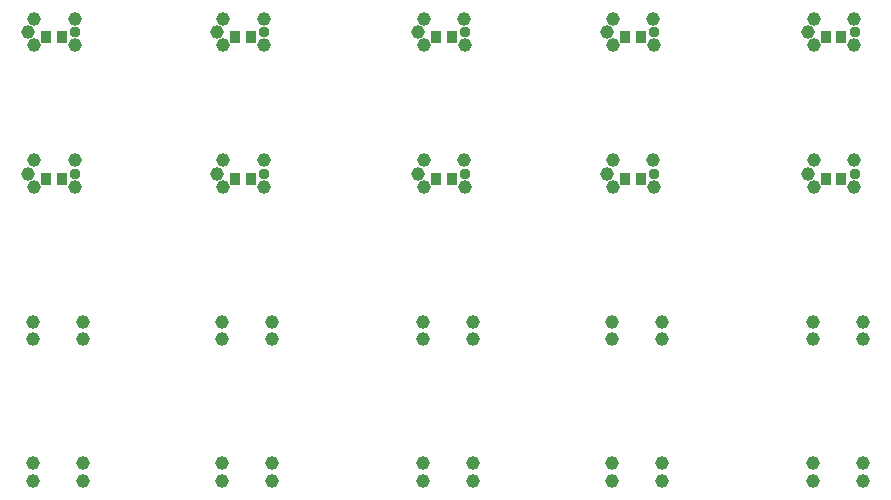
<source format=gbs>
G75*
%MOIN*%
%OFA0B0*%
%FSLAX25Y25*%
%IPPOS*%
%LPD*%
%AMOC8*
5,1,8,0,0,1.08239X$1,22.5*
%
%ADD10C,0.04572*%
%ADD11R,0.03556X0.04343*%
%ADD12C,0.03778*%
D10*
X0043623Y0044056D03*
X0043623Y0049977D03*
X0060221Y0049977D03*
X0060221Y0044056D03*
X0106615Y0044056D03*
X0106615Y0049977D03*
X0123213Y0049977D03*
X0123213Y0044056D03*
X0173544Y0044056D03*
X0173544Y0049977D03*
X0190143Y0049977D03*
X0190143Y0044056D03*
X0236536Y0044056D03*
X0236536Y0049977D03*
X0253135Y0049977D03*
X0253135Y0044056D03*
X0303465Y0044056D03*
X0303465Y0049977D03*
X0320064Y0049977D03*
X0320064Y0044056D03*
X0320064Y0091300D03*
X0320064Y0097221D03*
X0303465Y0097221D03*
X0303465Y0091300D03*
X0253135Y0091300D03*
X0253135Y0097221D03*
X0236536Y0097221D03*
X0236536Y0091300D03*
X0190143Y0091300D03*
X0190143Y0097221D03*
X0173544Y0097221D03*
X0173544Y0091300D03*
X0123213Y0091300D03*
X0123213Y0097221D03*
X0106615Y0097221D03*
X0106615Y0091300D03*
X0060221Y0091300D03*
X0060221Y0097221D03*
X0043623Y0097221D03*
X0043623Y0091300D03*
X0043820Y0142186D03*
X0041851Y0146576D03*
X0043938Y0151024D03*
X0057402Y0151024D03*
X0057442Y0142206D03*
X0104843Y0146576D03*
X0106812Y0142186D03*
X0106930Y0151024D03*
X0120394Y0151024D03*
X0120434Y0142206D03*
X0171772Y0146576D03*
X0173741Y0142186D03*
X0173859Y0151024D03*
X0187324Y0151024D03*
X0187363Y0142206D03*
X0234765Y0146576D03*
X0236733Y0142186D03*
X0236851Y0151024D03*
X0250316Y0151024D03*
X0250355Y0142206D03*
X0301694Y0146576D03*
X0303662Y0142186D03*
X0317284Y0142206D03*
X0317245Y0151024D03*
X0303780Y0151024D03*
X0303662Y0189430D03*
X0301694Y0193820D03*
X0303780Y0198269D03*
X0317245Y0198269D03*
X0317284Y0189450D03*
X0250355Y0189450D03*
X0250316Y0198269D03*
X0236851Y0198269D03*
X0234765Y0193820D03*
X0236733Y0189430D03*
X0187363Y0189450D03*
X0187324Y0198269D03*
X0173859Y0198269D03*
X0171772Y0193820D03*
X0173741Y0189430D03*
X0120434Y0189450D03*
X0120394Y0198269D03*
X0106930Y0198269D03*
X0104843Y0193820D03*
X0106812Y0189430D03*
X0057442Y0189450D03*
X0057402Y0198269D03*
X0043938Y0198269D03*
X0041851Y0193820D03*
X0043820Y0189430D03*
D11*
X0047982Y0192155D03*
X0053100Y0192155D03*
X0110974Y0192155D03*
X0116092Y0192155D03*
X0177903Y0192155D03*
X0183021Y0192155D03*
X0240895Y0192155D03*
X0246013Y0192155D03*
X0307824Y0192155D03*
X0312942Y0192155D03*
X0312942Y0144911D03*
X0307824Y0144911D03*
X0246013Y0144911D03*
X0240895Y0144911D03*
X0183021Y0144911D03*
X0177903Y0144911D03*
X0116092Y0144911D03*
X0110974Y0144911D03*
X0053100Y0144911D03*
X0047982Y0144911D03*
D12*
X0057599Y0146576D03*
X0120591Y0146576D03*
X0187520Y0146576D03*
X0250513Y0146576D03*
X0317442Y0146576D03*
X0317442Y0193820D03*
X0250513Y0193820D03*
X0187520Y0193820D03*
X0120591Y0193820D03*
X0057599Y0193820D03*
M02*

</source>
